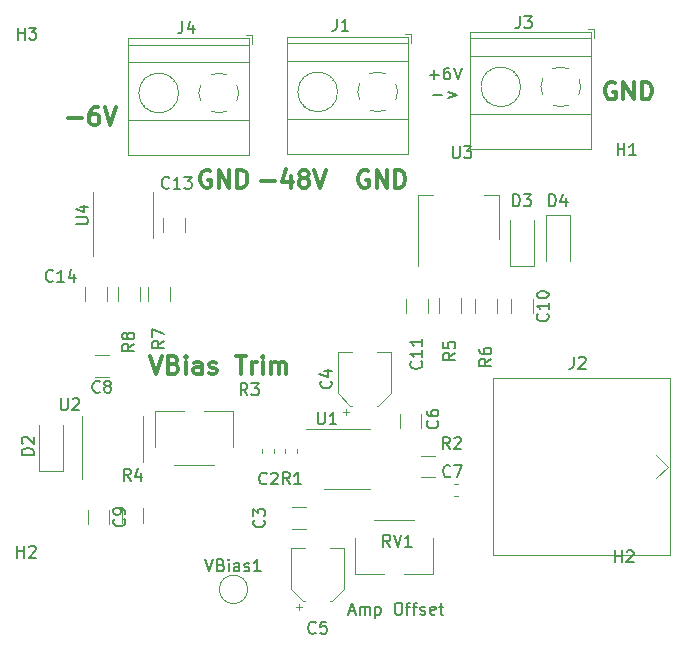
<source format=gbr>
G04 #@! TF.GenerationSoftware,KiCad,Pcbnew,(5.1.0)-1*
G04 #@! TF.CreationDate,2020-05-22T08:02:51-04:00*
G04 #@! TF.ProjectId,SiPMV4-60050,5369504d-5634-42d3-9630-3035302e6b69,rev?*
G04 #@! TF.SameCoordinates,Original*
G04 #@! TF.FileFunction,Legend,Top*
G04 #@! TF.FilePolarity,Positive*
%FSLAX46Y46*%
G04 Gerber Fmt 4.6, Leading zero omitted, Abs format (unit mm)*
G04 Created by KiCad (PCBNEW (5.1.0)-1) date 2020-05-22 08:02:51*
%MOMM*%
%LPD*%
G04 APERTURE LIST*
%ADD10C,0.200000*%
%ADD11C,0.300000*%
%ADD12C,0.120000*%
%ADD13C,0.150000*%
G04 APERTURE END LIST*
D10*
X173042105Y-20074828D02*
X173804010Y-20074828D01*
X173423058Y-20455780D02*
X173423058Y-19693876D01*
X174708772Y-19455780D02*
X174518296Y-19455780D01*
X174423058Y-19503400D01*
X174375439Y-19551019D01*
X174280200Y-19693876D01*
X174232581Y-19884352D01*
X174232581Y-20265304D01*
X174280200Y-20360542D01*
X174327820Y-20408161D01*
X174423058Y-20455780D01*
X174613534Y-20455780D01*
X174708772Y-20408161D01*
X174756391Y-20360542D01*
X174804010Y-20265304D01*
X174804010Y-20027209D01*
X174756391Y-19931971D01*
X174708772Y-19884352D01*
X174613534Y-19836733D01*
X174423058Y-19836733D01*
X174327820Y-19884352D01*
X174280200Y-19931971D01*
X174232581Y-20027209D01*
X175089724Y-19455780D02*
X175423058Y-20455780D01*
X175756391Y-19455780D01*
X173327820Y-21774828D02*
X174089724Y-21774828D01*
X174565915Y-21489114D02*
X175327820Y-21774828D01*
X174565915Y-22060542D01*
D11*
X154475322Y-28180600D02*
X154332465Y-28109171D01*
X154118180Y-28109171D01*
X153903894Y-28180600D01*
X153761037Y-28323457D01*
X153689608Y-28466314D01*
X153618180Y-28752028D01*
X153618180Y-28966314D01*
X153689608Y-29252028D01*
X153761037Y-29394885D01*
X153903894Y-29537742D01*
X154118180Y-29609171D01*
X154261037Y-29609171D01*
X154475322Y-29537742D01*
X154546751Y-29466314D01*
X154546751Y-28966314D01*
X154261037Y-28966314D01*
X155189608Y-29609171D02*
X155189608Y-28109171D01*
X156046751Y-29609171D01*
X156046751Y-28109171D01*
X156761037Y-29609171D02*
X156761037Y-28109171D01*
X157118180Y-28109171D01*
X157332465Y-28180600D01*
X157475322Y-28323457D01*
X157546751Y-28466314D01*
X157618180Y-28752028D01*
X157618180Y-28966314D01*
X157546751Y-29252028D01*
X157475322Y-29394885D01*
X157332465Y-29537742D01*
X157118180Y-29609171D01*
X156761037Y-29609171D01*
D10*
X166217459Y-65470066D02*
X166693649Y-65470066D01*
X166122220Y-65755780D02*
X166455554Y-64755780D01*
X166788887Y-65755780D01*
X167122220Y-65755780D02*
X167122220Y-65089114D01*
X167122220Y-65184352D02*
X167169840Y-65136733D01*
X167265078Y-65089114D01*
X167407935Y-65089114D01*
X167503173Y-65136733D01*
X167550792Y-65231971D01*
X167550792Y-65755780D01*
X167550792Y-65231971D02*
X167598411Y-65136733D01*
X167693649Y-65089114D01*
X167836506Y-65089114D01*
X167931744Y-65136733D01*
X167979363Y-65231971D01*
X167979363Y-65755780D01*
X168455554Y-65089114D02*
X168455554Y-66089114D01*
X168455554Y-65136733D02*
X168550792Y-65089114D01*
X168741268Y-65089114D01*
X168836506Y-65136733D01*
X168884125Y-65184352D01*
X168931744Y-65279590D01*
X168931744Y-65565304D01*
X168884125Y-65660542D01*
X168836506Y-65708161D01*
X168741268Y-65755780D01*
X168550792Y-65755780D01*
X168455554Y-65708161D01*
X170312697Y-64755780D02*
X170503173Y-64755780D01*
X170598411Y-64803400D01*
X170693649Y-64898638D01*
X170741268Y-65089114D01*
X170741268Y-65422447D01*
X170693649Y-65612923D01*
X170598411Y-65708161D01*
X170503173Y-65755780D01*
X170312697Y-65755780D01*
X170217459Y-65708161D01*
X170122220Y-65612923D01*
X170074601Y-65422447D01*
X170074601Y-65089114D01*
X170122220Y-64898638D01*
X170217459Y-64803400D01*
X170312697Y-64755780D01*
X171026982Y-65089114D02*
X171407935Y-65089114D01*
X171169840Y-65755780D02*
X171169840Y-64898638D01*
X171217459Y-64803400D01*
X171312697Y-64755780D01*
X171407935Y-64755780D01*
X171598411Y-65089114D02*
X171979363Y-65089114D01*
X171741268Y-65755780D02*
X171741268Y-64898638D01*
X171788887Y-64803400D01*
X171884125Y-64755780D01*
X171979363Y-64755780D01*
X172265078Y-65708161D02*
X172360316Y-65755780D01*
X172550792Y-65755780D01*
X172646030Y-65708161D01*
X172693649Y-65612923D01*
X172693649Y-65565304D01*
X172646030Y-65470066D01*
X172550792Y-65422447D01*
X172407935Y-65422447D01*
X172312697Y-65374828D01*
X172265078Y-65279590D01*
X172265078Y-65231971D01*
X172312697Y-65136733D01*
X172407935Y-65089114D01*
X172550792Y-65089114D01*
X172646030Y-65136733D01*
X173503173Y-65708161D02*
X173407935Y-65755780D01*
X173217459Y-65755780D01*
X173122220Y-65708161D01*
X173074601Y-65612923D01*
X173074601Y-65231971D01*
X173122220Y-65136733D01*
X173217459Y-65089114D01*
X173407935Y-65089114D01*
X173503173Y-65136733D01*
X173550792Y-65231971D01*
X173550792Y-65327209D01*
X173074601Y-65422447D01*
X173836506Y-65089114D02*
X174217459Y-65089114D01*
X173979363Y-64755780D02*
X173979363Y-65612923D01*
X174026982Y-65708161D01*
X174122220Y-65755780D01*
X174217459Y-65755780D01*
D11*
X188745002Y-20720620D02*
X188602145Y-20649191D01*
X188387860Y-20649191D01*
X188173574Y-20720620D01*
X188030717Y-20863477D01*
X187959288Y-21006334D01*
X187887860Y-21292048D01*
X187887860Y-21506334D01*
X187959288Y-21792048D01*
X188030717Y-21934905D01*
X188173574Y-22077762D01*
X188387860Y-22149191D01*
X188530717Y-22149191D01*
X188745002Y-22077762D01*
X188816431Y-22006334D01*
X188816431Y-21506334D01*
X188530717Y-21506334D01*
X189459288Y-22149191D02*
X189459288Y-20649191D01*
X190316431Y-22149191D01*
X190316431Y-20649191D01*
X191030717Y-22149191D02*
X191030717Y-20649191D01*
X191387860Y-20649191D01*
X191602145Y-20720620D01*
X191745002Y-20863477D01*
X191816431Y-21006334D01*
X191887860Y-21292048D01*
X191887860Y-21506334D01*
X191816431Y-21792048D01*
X191745002Y-21934905D01*
X191602145Y-22077762D01*
X191387860Y-22149191D01*
X191030717Y-22149191D01*
X158774571Y-29063142D02*
X159917428Y-29063142D01*
X161274571Y-28634571D02*
X161274571Y-29634571D01*
X160917428Y-28063142D02*
X160560285Y-29134571D01*
X161488857Y-29134571D01*
X162274571Y-28777428D02*
X162131714Y-28706000D01*
X162060285Y-28634571D01*
X161988857Y-28491714D01*
X161988857Y-28420285D01*
X162060285Y-28277428D01*
X162131714Y-28206000D01*
X162274571Y-28134571D01*
X162560285Y-28134571D01*
X162703142Y-28206000D01*
X162774571Y-28277428D01*
X162846000Y-28420285D01*
X162846000Y-28491714D01*
X162774571Y-28634571D01*
X162703142Y-28706000D01*
X162560285Y-28777428D01*
X162274571Y-28777428D01*
X162131714Y-28848857D01*
X162060285Y-28920285D01*
X161988857Y-29063142D01*
X161988857Y-29348857D01*
X162060285Y-29491714D01*
X162131714Y-29563142D01*
X162274571Y-29634571D01*
X162560285Y-29634571D01*
X162703142Y-29563142D01*
X162774571Y-29491714D01*
X162846000Y-29348857D01*
X162846000Y-29063142D01*
X162774571Y-28920285D01*
X162703142Y-28848857D01*
X162560285Y-28777428D01*
X163274571Y-28134571D02*
X163774571Y-29634571D01*
X164274571Y-28134571D01*
X167846000Y-28206000D02*
X167703142Y-28134571D01*
X167488857Y-28134571D01*
X167274571Y-28206000D01*
X167131714Y-28348857D01*
X167060285Y-28491714D01*
X166988857Y-28777428D01*
X166988857Y-28991714D01*
X167060285Y-29277428D01*
X167131714Y-29420285D01*
X167274571Y-29563142D01*
X167488857Y-29634571D01*
X167631714Y-29634571D01*
X167846000Y-29563142D01*
X167917428Y-29491714D01*
X167917428Y-28991714D01*
X167631714Y-28991714D01*
X168560285Y-29634571D02*
X168560285Y-28134571D01*
X169417428Y-29634571D01*
X169417428Y-28134571D01*
X170131714Y-29634571D02*
X170131714Y-28134571D01*
X170488857Y-28134571D01*
X170703142Y-28206000D01*
X170846000Y-28348857D01*
X170917428Y-28491714D01*
X170988857Y-28777428D01*
X170988857Y-28991714D01*
X170917428Y-29277428D01*
X170846000Y-29420285D01*
X170703142Y-29563142D01*
X170488857Y-29634571D01*
X170131714Y-29634571D01*
X142450180Y-23746922D02*
X143593037Y-23746922D01*
X144950180Y-22818351D02*
X144664465Y-22818351D01*
X144521608Y-22889780D01*
X144450180Y-22961208D01*
X144307322Y-23175494D01*
X144235894Y-23461208D01*
X144235894Y-24032637D01*
X144307322Y-24175494D01*
X144378751Y-24246922D01*
X144521608Y-24318351D01*
X144807322Y-24318351D01*
X144950180Y-24246922D01*
X145021608Y-24175494D01*
X145093037Y-24032637D01*
X145093037Y-23675494D01*
X145021608Y-23532637D01*
X144950180Y-23461208D01*
X144807322Y-23389780D01*
X144521608Y-23389780D01*
X144378751Y-23461208D01*
X144307322Y-23532637D01*
X144235894Y-23675494D01*
X145521608Y-22818351D02*
X146021608Y-24318351D01*
X146521608Y-22818351D01*
X149400357Y-43867331D02*
X149900357Y-45367331D01*
X150400357Y-43867331D01*
X151400357Y-44581617D02*
X151614642Y-44653045D01*
X151686071Y-44724474D01*
X151757500Y-44867331D01*
X151757500Y-45081617D01*
X151686071Y-45224474D01*
X151614642Y-45295902D01*
X151471785Y-45367331D01*
X150900357Y-45367331D01*
X150900357Y-43867331D01*
X151400357Y-43867331D01*
X151543214Y-43938760D01*
X151614642Y-44010188D01*
X151686071Y-44153045D01*
X151686071Y-44295902D01*
X151614642Y-44438760D01*
X151543214Y-44510188D01*
X151400357Y-44581617D01*
X150900357Y-44581617D01*
X152400357Y-45367331D02*
X152400357Y-44367331D01*
X152400357Y-43867331D02*
X152328928Y-43938760D01*
X152400357Y-44010188D01*
X152471785Y-43938760D01*
X152400357Y-43867331D01*
X152400357Y-44010188D01*
X153757500Y-45367331D02*
X153757500Y-44581617D01*
X153686071Y-44438760D01*
X153543214Y-44367331D01*
X153257500Y-44367331D01*
X153114642Y-44438760D01*
X153757500Y-45295902D02*
X153614642Y-45367331D01*
X153257500Y-45367331D01*
X153114642Y-45295902D01*
X153043214Y-45153045D01*
X153043214Y-45010188D01*
X153114642Y-44867331D01*
X153257500Y-44795902D01*
X153614642Y-44795902D01*
X153757500Y-44724474D01*
X154400357Y-45295902D02*
X154543214Y-45367331D01*
X154828928Y-45367331D01*
X154971785Y-45295902D01*
X155043214Y-45153045D01*
X155043214Y-45081617D01*
X154971785Y-44938760D01*
X154828928Y-44867331D01*
X154614642Y-44867331D01*
X154471785Y-44795902D01*
X154400357Y-44653045D01*
X154400357Y-44581617D01*
X154471785Y-44438760D01*
X154614642Y-44367331D01*
X154828928Y-44367331D01*
X154971785Y-44438760D01*
X156614642Y-43867331D02*
X157471785Y-43867331D01*
X157043214Y-45367331D02*
X157043214Y-43867331D01*
X157971785Y-45367331D02*
X157971785Y-44367331D01*
X157971785Y-44653045D02*
X158043214Y-44510188D01*
X158114642Y-44438760D01*
X158257500Y-44367331D01*
X158400357Y-44367331D01*
X158900357Y-45367331D02*
X158900357Y-44367331D01*
X158900357Y-43867331D02*
X158828928Y-43938760D01*
X158900357Y-44010188D01*
X158971785Y-43938760D01*
X158900357Y-43867331D01*
X158900357Y-44010188D01*
X159614642Y-45367331D02*
X159614642Y-44367331D01*
X159614642Y-44510188D02*
X159686071Y-44438760D01*
X159828928Y-44367331D01*
X160043214Y-44367331D01*
X160186071Y-44438760D01*
X160257500Y-44581617D01*
X160257500Y-45367331D01*
X160257500Y-44581617D02*
X160328928Y-44438760D01*
X160471785Y-44367331D01*
X160686071Y-44367331D01*
X160828928Y-44438760D01*
X160900357Y-44581617D01*
X160900357Y-45367331D01*
D12*
X162582944Y-56687040D02*
X161378816Y-56687040D01*
X162582944Y-58507040D02*
X161378816Y-58507040D01*
X193428620Y-45725700D02*
X193428620Y-60725700D01*
X193428620Y-60725700D02*
X178428620Y-60725700D01*
X178428620Y-60725700D02*
X178428620Y-45725700D01*
X178428620Y-45725700D02*
X193428620Y-45725700D01*
X193228620Y-53225700D02*
X192228620Y-52225700D01*
X193228620Y-53225700D02*
X192228620Y-54225700D01*
X139970000Y-53563500D02*
X139970000Y-49713500D01*
X141970000Y-53563500D02*
X141970000Y-49713500D01*
X139970000Y-53563500D02*
X141970000Y-53563500D01*
X145890064Y-43794000D02*
X144685936Y-43794000D01*
X145890064Y-45614000D02*
X144685936Y-45614000D01*
X157638600Y-63624460D02*
G75*
G03X157638600Y-63624460I-1200000J0D01*
G01*
X143617000Y-50865000D02*
X143617000Y-54315000D01*
X143617000Y-50865000D02*
X143617000Y-48915000D01*
X148737000Y-50865000D02*
X148737000Y-52815000D01*
X148737000Y-50865000D02*
X148737000Y-48915000D01*
X166054000Y-50018000D02*
X162604000Y-50018000D01*
X166054000Y-50018000D02*
X168004000Y-50018000D01*
X166054000Y-55138000D02*
X164104000Y-55138000D01*
X166054000Y-55138000D02*
X168004000Y-55138000D01*
X173348000Y-59294000D02*
X173348000Y-62348000D01*
X166758000Y-59294000D02*
X166758000Y-62348000D01*
X170888000Y-62348000D02*
X173348000Y-62348000D01*
X166758000Y-62348000D02*
X169218000Y-62348000D01*
X168348000Y-57788000D02*
X171758000Y-57788000D01*
X161800000Y-52100267D02*
X161800000Y-51757733D01*
X160780000Y-52100267D02*
X160780000Y-51757733D01*
X172281436Y-54123000D02*
X173485564Y-54123000D01*
X172281436Y-52303000D02*
X173485564Y-52303000D01*
X149816200Y-51551600D02*
X149816200Y-48497600D01*
X156406200Y-51551600D02*
X156406200Y-48497600D01*
X152276200Y-48497600D02*
X149816200Y-48497600D01*
X156406200Y-48497600D02*
X153946200Y-48497600D01*
X154816200Y-53057600D02*
X151406200Y-53057600D01*
X146981500Y-56765436D02*
X146981500Y-57969564D01*
X148801500Y-56765436D02*
X148801500Y-57969564D01*
X186990000Y-16182000D02*
X186490000Y-16182000D01*
X186990000Y-16922000D02*
X186990000Y-16182000D01*
X180297000Y-20059000D02*
X180344000Y-20013000D01*
X178000000Y-22357000D02*
X178035000Y-22321000D01*
X180104000Y-19843000D02*
X180139000Y-19808000D01*
X177795000Y-22151000D02*
X177842000Y-22105000D01*
X176470000Y-26343000D02*
X176470000Y-16422000D01*
X186750000Y-26343000D02*
X186750000Y-16422000D01*
X186750000Y-16422000D02*
X176470000Y-16422000D01*
X186750000Y-26343000D02*
X176470000Y-26343000D01*
X186750000Y-23383000D02*
X176470000Y-23383000D01*
X186750000Y-18482000D02*
X176470000Y-18482000D01*
X186750000Y-16982000D02*
X176470000Y-16982000D01*
X180750000Y-21082000D02*
G75*
G03X180750000Y-21082000I-1680000J0D01*
G01*
X184121195Y-19401747D02*
G75*
G02X184834000Y-19547000I28805J-1680253D01*
G01*
X185685426Y-20398958D02*
G75*
G02X185685000Y-21766000I-1535426J-683042D01*
G01*
X184833042Y-22617426D02*
G75*
G02X183466000Y-22617000I-683042J1535426D01*
G01*
X182614574Y-21765042D02*
G75*
G02X182615000Y-20398000I1535426J683042D01*
G01*
X183466682Y-19547244D02*
G75*
G02X184150000Y-19402000I683318J-1534756D01*
G01*
X171488380Y-16603640D02*
X170988380Y-16603640D01*
X171488380Y-17343640D02*
X171488380Y-16603640D01*
X164795380Y-20480640D02*
X164842380Y-20434640D01*
X162498380Y-22778640D02*
X162533380Y-22742640D01*
X164602380Y-20264640D02*
X164637380Y-20229640D01*
X162293380Y-22572640D02*
X162340380Y-22526640D01*
X160968380Y-26764640D02*
X160968380Y-16843640D01*
X171248380Y-26764640D02*
X171248380Y-16843640D01*
X171248380Y-16843640D02*
X160968380Y-16843640D01*
X171248380Y-26764640D02*
X160968380Y-26764640D01*
X171248380Y-23804640D02*
X160968380Y-23804640D01*
X171248380Y-18903640D02*
X160968380Y-18903640D01*
X171248380Y-17403640D02*
X160968380Y-17403640D01*
X165248380Y-21503640D02*
G75*
G03X165248380Y-21503640I-1680000J0D01*
G01*
X168619575Y-19823387D02*
G75*
G02X169332380Y-19968640I28805J-1680253D01*
G01*
X170183806Y-20820598D02*
G75*
G02X170183380Y-22187640I-1535426J-683042D01*
G01*
X169331422Y-23039066D02*
G75*
G02X167964380Y-23038640I-683042J1535426D01*
G01*
X167112954Y-22186682D02*
G75*
G02X167113380Y-20819640I1535426J683042D01*
G01*
X167965062Y-19968884D02*
G75*
G02X168648380Y-19823640I683318J-1534756D01*
G01*
X170504440Y-48740916D02*
X170504440Y-49945044D01*
X172324440Y-48740916D02*
X172324440Y-49945044D01*
X158875000Y-51757733D02*
X158875000Y-52100267D01*
X159895000Y-51757733D02*
X159895000Y-52100267D01*
X165703000Y-48575000D02*
X166203000Y-48575000D01*
X165953000Y-48825000D02*
X165953000Y-48325000D01*
X168708563Y-48085000D02*
X169773000Y-47020563D01*
X166317437Y-48085000D02*
X165253000Y-47020563D01*
X166317437Y-48085000D02*
X166453000Y-48085000D01*
X168708563Y-48085000D02*
X168573000Y-48085000D01*
X169773000Y-47020563D02*
X169773000Y-43565000D01*
X165253000Y-47020563D02*
X165253000Y-43565000D01*
X165253000Y-43565000D02*
X166453000Y-43565000D01*
X169773000Y-43565000D02*
X168573000Y-43565000D01*
X150474000Y-33368064D02*
X150474000Y-32163936D01*
X152294000Y-33368064D02*
X152294000Y-32163936D01*
X165813140Y-60111380D02*
X164613140Y-60111380D01*
X161293140Y-60111380D02*
X162493140Y-60111380D01*
X161293140Y-63566943D02*
X161293140Y-60111380D01*
X165813140Y-63566943D02*
X165813140Y-60111380D01*
X164748703Y-64631380D02*
X164613140Y-64631380D01*
X162357577Y-64631380D02*
X162493140Y-64631380D01*
X162357577Y-64631380D02*
X161293140Y-63566943D01*
X164748703Y-64631380D02*
X165813140Y-63566943D01*
X161993140Y-65371380D02*
X161993140Y-64871380D01*
X161743140Y-65121380D02*
X162243140Y-65121380D01*
X145690000Y-39246564D02*
X145690000Y-38042436D01*
X143870000Y-39246564D02*
X143870000Y-38042436D01*
X181758000Y-39058436D02*
X181758000Y-40262564D01*
X179938000Y-39058436D02*
X179938000Y-40262564D01*
X171048000Y-39021936D02*
X171048000Y-40226064D01*
X172868000Y-39021936D02*
X172868000Y-40226064D01*
X179848000Y-36236000D02*
X179848000Y-32386000D01*
X181848000Y-36236000D02*
X181848000Y-32386000D01*
X179848000Y-36236000D02*
X181848000Y-36236000D01*
X184896000Y-31966000D02*
X182896000Y-31966000D01*
X182896000Y-31966000D02*
X182896000Y-35816000D01*
X184896000Y-31966000D02*
X184896000Y-35816000D01*
X154508142Y-20065404D02*
G75*
G02X155191460Y-19920160I683318J-1534756D01*
G01*
X153656034Y-22283202D02*
G75*
G02X153656460Y-20916160I1535426J683042D01*
G01*
X155874502Y-23135586D02*
G75*
G02X154507460Y-23135160I-683042J1535426D01*
G01*
X156726886Y-20917118D02*
G75*
G02X156726460Y-22284160I-1535426J-683042D01*
G01*
X155162655Y-19919907D02*
G75*
G02X155875460Y-20065160I28805J-1680253D01*
G01*
X151791460Y-21600160D02*
G75*
G03X151791460Y-21600160I-1680000J0D01*
G01*
X157791460Y-17500160D02*
X147511460Y-17500160D01*
X157791460Y-19000160D02*
X147511460Y-19000160D01*
X157791460Y-23901160D02*
X147511460Y-23901160D01*
X157791460Y-26861160D02*
X147511460Y-26861160D01*
X157791460Y-16940160D02*
X147511460Y-16940160D01*
X157791460Y-26861160D02*
X157791460Y-16940160D01*
X147511460Y-26861160D02*
X147511460Y-16940160D01*
X148836460Y-22669160D02*
X148883460Y-22623160D01*
X151145460Y-20361160D02*
X151180460Y-20326160D01*
X149041460Y-22875160D02*
X149076460Y-22839160D01*
X151338460Y-20577160D02*
X151385460Y-20531160D01*
X158031460Y-17440160D02*
X158031460Y-16700160D01*
X158031460Y-16700160D02*
X157531460Y-16700160D01*
X151024000Y-39246564D02*
X151024000Y-38042436D01*
X149204000Y-39246564D02*
X149204000Y-38042436D01*
X148484000Y-38042436D02*
X148484000Y-39246564D01*
X146664000Y-38042436D02*
X146664000Y-39246564D01*
X173842000Y-38985436D02*
X173842000Y-40189564D01*
X175662000Y-38985436D02*
X175662000Y-40189564D01*
X178710000Y-39021936D02*
X178710000Y-40226064D01*
X176890000Y-39021936D02*
X176890000Y-40226064D01*
X178924000Y-30196000D02*
X177664000Y-30196000D01*
X172104000Y-30196000D02*
X173364000Y-30196000D01*
X178924000Y-33956000D02*
X178924000Y-30196000D01*
X172104000Y-36206000D02*
X172104000Y-30196000D01*
X175461747Y-55729600D02*
X175119213Y-55729600D01*
X175461747Y-54709600D02*
X175119213Y-54709600D01*
X149626000Y-31939000D02*
X149626000Y-29989000D01*
X149626000Y-31939000D02*
X149626000Y-33889000D01*
X144506000Y-31939000D02*
X144506000Y-29989000D01*
X144506000Y-31939000D02*
X144506000Y-35389000D01*
X144090000Y-56910436D02*
X144090000Y-58114564D01*
X145910000Y-56910436D02*
X145910000Y-58114564D01*
D13*
X138132915Y-60936020D02*
X138132915Y-59936020D01*
X138132915Y-60412211D02*
X138704343Y-60412211D01*
X138704343Y-60936020D02*
X138704343Y-59936020D01*
X139132915Y-60031259D02*
X139180534Y-59983640D01*
X139275772Y-59936020D01*
X139513867Y-59936020D01*
X139609105Y-59983640D01*
X139656724Y-60031259D01*
X139704343Y-60126497D01*
X139704343Y-60221735D01*
X139656724Y-60364592D01*
X139085296Y-60936020D01*
X139704343Y-60936020D01*
X158999522Y-57763706D02*
X159047141Y-57811325D01*
X159094760Y-57954182D01*
X159094760Y-58049420D01*
X159047141Y-58192278D01*
X158951903Y-58287516D01*
X158856665Y-58335135D01*
X158666189Y-58382754D01*
X158523332Y-58382754D01*
X158332856Y-58335135D01*
X158237618Y-58287516D01*
X158142380Y-58192278D01*
X158094760Y-58049420D01*
X158094760Y-57954182D01*
X158142380Y-57811325D01*
X158189999Y-57763706D01*
X158094760Y-57430373D02*
X158094760Y-56811325D01*
X158475713Y-57144659D01*
X158475713Y-57001801D01*
X158523332Y-56906563D01*
X158570951Y-56858944D01*
X158666189Y-56811325D01*
X158904284Y-56811325D01*
X158999522Y-56858944D01*
X159047141Y-56906563D01*
X159094760Y-57001801D01*
X159094760Y-57287516D01*
X159047141Y-57382754D01*
X158999522Y-57430373D01*
X185244146Y-43937940D02*
X185244146Y-44652226D01*
X185196527Y-44795083D01*
X185101289Y-44890321D01*
X184958432Y-44937940D01*
X184863194Y-44937940D01*
X185672718Y-44033179D02*
X185720337Y-43985560D01*
X185815575Y-43937940D01*
X186053670Y-43937940D01*
X186148908Y-43985560D01*
X186196527Y-44033179D01*
X186244146Y-44128417D01*
X186244146Y-44223655D01*
X186196527Y-44366512D01*
X185625099Y-44937940D01*
X186244146Y-44937940D01*
X139517380Y-52228595D02*
X138517380Y-52228595D01*
X138517380Y-51990500D01*
X138565000Y-51847642D01*
X138660238Y-51752404D01*
X138755476Y-51704785D01*
X138945952Y-51657166D01*
X139088809Y-51657166D01*
X139279285Y-51704785D01*
X139374523Y-51752404D01*
X139469761Y-51847642D01*
X139517380Y-51990500D01*
X139517380Y-52228595D01*
X138612619Y-51276214D02*
X138565000Y-51228595D01*
X138517380Y-51133357D01*
X138517380Y-50895261D01*
X138565000Y-50800023D01*
X138612619Y-50752404D01*
X138707857Y-50704785D01*
X138803095Y-50704785D01*
X138945952Y-50752404D01*
X139517380Y-51323833D01*
X139517380Y-50704785D01*
X145121333Y-46881142D02*
X145073714Y-46928761D01*
X144930857Y-46976380D01*
X144835619Y-46976380D01*
X144692761Y-46928761D01*
X144597523Y-46833523D01*
X144549904Y-46738285D01*
X144502285Y-46547809D01*
X144502285Y-46404952D01*
X144549904Y-46214476D01*
X144597523Y-46119238D01*
X144692761Y-46024000D01*
X144835619Y-45976380D01*
X144930857Y-45976380D01*
X145073714Y-46024000D01*
X145121333Y-46071619D01*
X145692761Y-46404952D02*
X145597523Y-46357333D01*
X145549904Y-46309714D01*
X145502285Y-46214476D01*
X145502285Y-46166857D01*
X145549904Y-46071619D01*
X145597523Y-46024000D01*
X145692761Y-45976380D01*
X145883238Y-45976380D01*
X145978476Y-46024000D01*
X146026095Y-46071619D01*
X146073714Y-46166857D01*
X146073714Y-46214476D01*
X146026095Y-46309714D01*
X145978476Y-46357333D01*
X145883238Y-46404952D01*
X145692761Y-46404952D01*
X145597523Y-46452571D01*
X145549904Y-46500190D01*
X145502285Y-46595428D01*
X145502285Y-46785904D01*
X145549904Y-46881142D01*
X145597523Y-46928761D01*
X145692761Y-46976380D01*
X145883238Y-46976380D01*
X145978476Y-46928761D01*
X146026095Y-46881142D01*
X146073714Y-46785904D01*
X146073714Y-46595428D01*
X146026095Y-46500190D01*
X145978476Y-46452571D01*
X145883238Y-46404952D01*
X154033838Y-61078840D02*
X154367171Y-62078840D01*
X154700504Y-61078840D01*
X155367171Y-61555031D02*
X155510028Y-61602650D01*
X155557647Y-61650269D01*
X155605266Y-61745507D01*
X155605266Y-61888364D01*
X155557647Y-61983602D01*
X155510028Y-62031221D01*
X155414790Y-62078840D01*
X155033838Y-62078840D01*
X155033838Y-61078840D01*
X155367171Y-61078840D01*
X155462409Y-61126460D01*
X155510028Y-61174079D01*
X155557647Y-61269317D01*
X155557647Y-61364555D01*
X155510028Y-61459793D01*
X155462409Y-61507412D01*
X155367171Y-61555031D01*
X155033838Y-61555031D01*
X156033838Y-62078840D02*
X156033838Y-61412174D01*
X156033838Y-61078840D02*
X155986219Y-61126460D01*
X156033838Y-61174079D01*
X156081457Y-61126460D01*
X156033838Y-61078840D01*
X156033838Y-61174079D01*
X156938600Y-62078840D02*
X156938600Y-61555031D01*
X156890980Y-61459793D01*
X156795742Y-61412174D01*
X156605266Y-61412174D01*
X156510028Y-61459793D01*
X156938600Y-62031221D02*
X156843361Y-62078840D01*
X156605266Y-62078840D01*
X156510028Y-62031221D01*
X156462409Y-61935983D01*
X156462409Y-61840745D01*
X156510028Y-61745507D01*
X156605266Y-61697888D01*
X156843361Y-61697888D01*
X156938600Y-61650269D01*
X157367171Y-62031221D02*
X157462409Y-62078840D01*
X157652885Y-62078840D01*
X157748123Y-62031221D01*
X157795742Y-61935983D01*
X157795742Y-61888364D01*
X157748123Y-61793126D01*
X157652885Y-61745507D01*
X157510028Y-61745507D01*
X157414790Y-61697888D01*
X157367171Y-61602650D01*
X157367171Y-61555031D01*
X157414790Y-61459793D01*
X157510028Y-61412174D01*
X157652885Y-61412174D01*
X157748123Y-61459793D01*
X158748123Y-62078840D02*
X158176695Y-62078840D01*
X158462409Y-62078840D02*
X158462409Y-61078840D01*
X158367171Y-61221698D01*
X158271933Y-61316936D01*
X158176695Y-61364555D01*
X138176095Y-17080380D02*
X138176095Y-16080380D01*
X138176095Y-16556571D02*
X138747523Y-16556571D01*
X138747523Y-17080380D02*
X138747523Y-16080380D01*
X139128476Y-16080380D02*
X139747523Y-16080380D01*
X139414190Y-16461333D01*
X139557047Y-16461333D01*
X139652285Y-16508952D01*
X139699904Y-16556571D01*
X139747523Y-16651809D01*
X139747523Y-16889904D01*
X139699904Y-16985142D01*
X139652285Y-17032761D01*
X139557047Y-17080380D01*
X139271333Y-17080380D01*
X139176095Y-17032761D01*
X139128476Y-16985142D01*
X188742415Y-61327180D02*
X188742415Y-60327180D01*
X188742415Y-60803371D02*
X189313843Y-60803371D01*
X189313843Y-61327180D02*
X189313843Y-60327180D01*
X189742415Y-60422419D02*
X189790034Y-60374800D01*
X189885272Y-60327180D01*
X190123367Y-60327180D01*
X190218605Y-60374800D01*
X190266224Y-60422419D01*
X190313843Y-60517657D01*
X190313843Y-60612895D01*
X190266224Y-60755752D01*
X189694796Y-61327180D01*
X190313843Y-61327180D01*
X188958315Y-26869540D02*
X188958315Y-25869540D01*
X188958315Y-26345731D02*
X189529743Y-26345731D01*
X189529743Y-26869540D02*
X189529743Y-25869540D01*
X190529743Y-26869540D02*
X189958315Y-26869540D01*
X190244029Y-26869540D02*
X190244029Y-25869540D01*
X190148791Y-26012398D01*
X190053553Y-26107636D01*
X189958315Y-26155255D01*
X141818455Y-47448220D02*
X141818455Y-48257744D01*
X141866074Y-48352982D01*
X141913693Y-48400601D01*
X142008931Y-48448220D01*
X142199407Y-48448220D01*
X142294645Y-48400601D01*
X142342264Y-48352982D01*
X142389883Y-48257744D01*
X142389883Y-47448220D01*
X142818455Y-47543459D02*
X142866074Y-47495840D01*
X142961312Y-47448220D01*
X143199407Y-47448220D01*
X143294645Y-47495840D01*
X143342264Y-47543459D01*
X143389883Y-47638697D01*
X143389883Y-47733935D01*
X143342264Y-47876792D01*
X142770836Y-48448220D01*
X143389883Y-48448220D01*
X163576095Y-48630380D02*
X163576095Y-49439904D01*
X163623714Y-49535142D01*
X163671333Y-49582761D01*
X163766571Y-49630380D01*
X163957047Y-49630380D01*
X164052285Y-49582761D01*
X164099904Y-49535142D01*
X164147523Y-49439904D01*
X164147523Y-48630380D01*
X165147523Y-49630380D02*
X164576095Y-49630380D01*
X164861809Y-49630380D02*
X164861809Y-48630380D01*
X164766571Y-48773238D01*
X164671333Y-48868476D01*
X164576095Y-48916095D01*
X169711761Y-60017380D02*
X169378428Y-59541190D01*
X169140333Y-60017380D02*
X169140333Y-59017380D01*
X169521285Y-59017380D01*
X169616523Y-59065000D01*
X169664142Y-59112619D01*
X169711761Y-59207857D01*
X169711761Y-59350714D01*
X169664142Y-59445952D01*
X169616523Y-59493571D01*
X169521285Y-59541190D01*
X169140333Y-59541190D01*
X169997476Y-59017380D02*
X170330809Y-60017380D01*
X170664142Y-59017380D01*
X171521285Y-60017380D02*
X170949857Y-60017380D01*
X171235571Y-60017380D02*
X171235571Y-59017380D01*
X171140333Y-59160238D01*
X171045095Y-59255476D01*
X170949857Y-59303095D01*
X161203333Y-54706380D02*
X160870000Y-54230190D01*
X160631904Y-54706380D02*
X160631904Y-53706380D01*
X161012857Y-53706380D01*
X161108095Y-53754000D01*
X161155714Y-53801619D01*
X161203333Y-53896857D01*
X161203333Y-54039714D01*
X161155714Y-54134952D01*
X161108095Y-54182571D01*
X161012857Y-54230190D01*
X160631904Y-54230190D01*
X162155714Y-54706380D02*
X161584285Y-54706380D01*
X161870000Y-54706380D02*
X161870000Y-53706380D01*
X161774761Y-53849238D01*
X161679523Y-53944476D01*
X161584285Y-53992095D01*
X174742813Y-51745140D02*
X174409480Y-51268950D01*
X174171384Y-51745140D02*
X174171384Y-50745140D01*
X174552337Y-50745140D01*
X174647575Y-50792760D01*
X174695194Y-50840379D01*
X174742813Y-50935617D01*
X174742813Y-51078474D01*
X174695194Y-51173712D01*
X174647575Y-51221331D01*
X174552337Y-51268950D01*
X174171384Y-51268950D01*
X175123765Y-50840379D02*
X175171384Y-50792760D01*
X175266622Y-50745140D01*
X175504718Y-50745140D01*
X175599956Y-50792760D01*
X175647575Y-50840379D01*
X175695194Y-50935617D01*
X175695194Y-51030855D01*
X175647575Y-51173712D01*
X175076146Y-51745140D01*
X175695194Y-51745140D01*
X157623213Y-47183300D02*
X157289880Y-46707110D01*
X157051784Y-47183300D02*
X157051784Y-46183300D01*
X157432737Y-46183300D01*
X157527975Y-46230920D01*
X157575594Y-46278539D01*
X157623213Y-46373777D01*
X157623213Y-46516634D01*
X157575594Y-46611872D01*
X157527975Y-46659491D01*
X157432737Y-46707110D01*
X157051784Y-46707110D01*
X157956546Y-46183300D02*
X158575594Y-46183300D01*
X158242260Y-46564253D01*
X158385118Y-46564253D01*
X158480356Y-46611872D01*
X158527975Y-46659491D01*
X158575594Y-46754729D01*
X158575594Y-46992824D01*
X158527975Y-47088062D01*
X158480356Y-47135681D01*
X158385118Y-47183300D01*
X158099403Y-47183300D01*
X158004165Y-47135681D01*
X157956546Y-47088062D01*
X147724833Y-54419880D02*
X147391500Y-53943690D01*
X147153404Y-54419880D02*
X147153404Y-53419880D01*
X147534357Y-53419880D01*
X147629595Y-53467500D01*
X147677214Y-53515119D01*
X147724833Y-53610357D01*
X147724833Y-53753214D01*
X147677214Y-53848452D01*
X147629595Y-53896071D01*
X147534357Y-53943690D01*
X147153404Y-53943690D01*
X148581976Y-53753214D02*
X148581976Y-54419880D01*
X148343880Y-53372261D02*
X148105785Y-54086547D01*
X148724833Y-54086547D01*
X180682306Y-15114020D02*
X180682306Y-15828306D01*
X180634687Y-15971163D01*
X180539449Y-16066401D01*
X180396592Y-16114020D01*
X180301354Y-16114020D01*
X181063259Y-15114020D02*
X181682306Y-15114020D01*
X181348973Y-15494973D01*
X181491830Y-15494973D01*
X181587068Y-15542592D01*
X181634687Y-15590211D01*
X181682306Y-15685449D01*
X181682306Y-15923544D01*
X181634687Y-16018782D01*
X181587068Y-16066401D01*
X181491830Y-16114020D01*
X181206116Y-16114020D01*
X181110878Y-16066401D01*
X181063259Y-16018782D01*
X165173066Y-15322300D02*
X165173066Y-16036586D01*
X165125447Y-16179443D01*
X165030209Y-16274681D01*
X164887352Y-16322300D01*
X164792114Y-16322300D01*
X166173066Y-16322300D02*
X165601638Y-16322300D01*
X165887352Y-16322300D02*
X165887352Y-15322300D01*
X165792114Y-15465158D01*
X165696876Y-15560396D01*
X165601638Y-15608015D01*
X173701582Y-49357146D02*
X173749201Y-49404765D01*
X173796820Y-49547622D01*
X173796820Y-49642860D01*
X173749201Y-49785718D01*
X173653963Y-49880956D01*
X173558725Y-49928575D01*
X173368249Y-49976194D01*
X173225392Y-49976194D01*
X173034916Y-49928575D01*
X172939678Y-49880956D01*
X172844440Y-49785718D01*
X172796820Y-49642860D01*
X172796820Y-49547622D01*
X172844440Y-49404765D01*
X172892059Y-49357146D01*
X172796820Y-48500003D02*
X172796820Y-48690480D01*
X172844440Y-48785718D01*
X172892059Y-48833337D01*
X173034916Y-48928575D01*
X173225392Y-48976194D01*
X173606344Y-48976194D01*
X173701582Y-48928575D01*
X173749201Y-48880956D01*
X173796820Y-48785718D01*
X173796820Y-48595241D01*
X173749201Y-48500003D01*
X173701582Y-48452384D01*
X173606344Y-48404765D01*
X173368249Y-48404765D01*
X173273011Y-48452384D01*
X173225392Y-48500003D01*
X173177773Y-48595241D01*
X173177773Y-48785718D01*
X173225392Y-48880956D01*
X173273011Y-48928575D01*
X173368249Y-48976194D01*
X159248333Y-54651142D02*
X159200714Y-54698761D01*
X159057857Y-54746380D01*
X158962619Y-54746380D01*
X158819761Y-54698761D01*
X158724523Y-54603523D01*
X158676904Y-54508285D01*
X158629285Y-54317809D01*
X158629285Y-54174952D01*
X158676904Y-53984476D01*
X158724523Y-53889238D01*
X158819761Y-53794000D01*
X158962619Y-53746380D01*
X159057857Y-53746380D01*
X159200714Y-53794000D01*
X159248333Y-53841619D01*
X159629285Y-53841619D02*
X159676904Y-53794000D01*
X159772142Y-53746380D01*
X160010238Y-53746380D01*
X160105476Y-53794000D01*
X160153095Y-53841619D01*
X160200714Y-53936857D01*
X160200714Y-54032095D01*
X160153095Y-54174952D01*
X159581666Y-54746380D01*
X160200714Y-54746380D01*
X164670142Y-45991666D02*
X164717761Y-46039285D01*
X164765380Y-46182142D01*
X164765380Y-46277380D01*
X164717761Y-46420238D01*
X164622523Y-46515476D01*
X164527285Y-46563095D01*
X164336809Y-46610714D01*
X164193952Y-46610714D01*
X164003476Y-46563095D01*
X163908238Y-46515476D01*
X163813000Y-46420238D01*
X163765380Y-46277380D01*
X163765380Y-46182142D01*
X163813000Y-46039285D01*
X163860619Y-45991666D01*
X164098714Y-45134523D02*
X164765380Y-45134523D01*
X163717761Y-45372619D02*
X164432047Y-45610714D01*
X164432047Y-44991666D01*
X150995142Y-29603642D02*
X150947523Y-29651261D01*
X150804666Y-29698880D01*
X150709428Y-29698880D01*
X150566571Y-29651261D01*
X150471333Y-29556023D01*
X150423714Y-29460785D01*
X150376095Y-29270309D01*
X150376095Y-29127452D01*
X150423714Y-28936976D01*
X150471333Y-28841738D01*
X150566571Y-28746500D01*
X150709428Y-28698880D01*
X150804666Y-28698880D01*
X150947523Y-28746500D01*
X150995142Y-28794119D01*
X151947523Y-29698880D02*
X151376095Y-29698880D01*
X151661809Y-29698880D02*
X151661809Y-28698880D01*
X151566571Y-28841738D01*
X151471333Y-28936976D01*
X151376095Y-28984595D01*
X152280857Y-28698880D02*
X152899904Y-28698880D01*
X152566571Y-29079833D01*
X152709428Y-29079833D01*
X152804666Y-29127452D01*
X152852285Y-29175071D01*
X152899904Y-29270309D01*
X152899904Y-29508404D01*
X152852285Y-29603642D01*
X152804666Y-29651261D01*
X152709428Y-29698880D01*
X152423714Y-29698880D01*
X152328476Y-29651261D01*
X152280857Y-29603642D01*
X163386473Y-67278522D02*
X163338854Y-67326141D01*
X163195997Y-67373760D01*
X163100759Y-67373760D01*
X162957901Y-67326141D01*
X162862663Y-67230903D01*
X162815044Y-67135665D01*
X162767425Y-66945189D01*
X162767425Y-66802332D01*
X162815044Y-66611856D01*
X162862663Y-66516618D01*
X162957901Y-66421380D01*
X163100759Y-66373760D01*
X163195997Y-66373760D01*
X163338854Y-66421380D01*
X163386473Y-66468999D01*
X164291235Y-66373760D02*
X163815044Y-66373760D01*
X163767425Y-66849951D01*
X163815044Y-66802332D01*
X163910282Y-66754713D01*
X164148378Y-66754713D01*
X164243616Y-66802332D01*
X164291235Y-66849951D01*
X164338854Y-66945189D01*
X164338854Y-67183284D01*
X164291235Y-67278522D01*
X164243616Y-67326141D01*
X164148378Y-67373760D01*
X163910282Y-67373760D01*
X163815044Y-67326141D01*
X163767425Y-67278522D01*
X141145022Y-37476702D02*
X141097403Y-37524321D01*
X140954546Y-37571940D01*
X140859308Y-37571940D01*
X140716451Y-37524321D01*
X140621213Y-37429083D01*
X140573594Y-37333845D01*
X140525975Y-37143369D01*
X140525975Y-37000512D01*
X140573594Y-36810036D01*
X140621213Y-36714798D01*
X140716451Y-36619560D01*
X140859308Y-36571940D01*
X140954546Y-36571940D01*
X141097403Y-36619560D01*
X141145022Y-36667179D01*
X142097403Y-37571940D02*
X141525975Y-37571940D01*
X141811689Y-37571940D02*
X141811689Y-36571940D01*
X141716451Y-36714798D01*
X141621213Y-36810036D01*
X141525975Y-36857655D01*
X142954546Y-36905274D02*
X142954546Y-37571940D01*
X142716451Y-36524321D02*
X142478356Y-37238607D01*
X143097403Y-37238607D01*
X183025142Y-40303357D02*
X183072761Y-40350976D01*
X183120380Y-40493833D01*
X183120380Y-40589071D01*
X183072761Y-40731928D01*
X182977523Y-40827166D01*
X182882285Y-40874785D01*
X182691809Y-40922404D01*
X182548952Y-40922404D01*
X182358476Y-40874785D01*
X182263238Y-40827166D01*
X182168000Y-40731928D01*
X182120380Y-40589071D01*
X182120380Y-40493833D01*
X182168000Y-40350976D01*
X182215619Y-40303357D01*
X183120380Y-39350976D02*
X183120380Y-39922404D01*
X183120380Y-39636690D02*
X182120380Y-39636690D01*
X182263238Y-39731928D01*
X182358476Y-39827166D01*
X182406095Y-39922404D01*
X182120380Y-38731928D02*
X182120380Y-38636690D01*
X182168000Y-38541452D01*
X182215619Y-38493833D01*
X182310857Y-38446214D01*
X182501333Y-38398595D01*
X182739428Y-38398595D01*
X182929904Y-38446214D01*
X183025142Y-38493833D01*
X183072761Y-38541452D01*
X183120380Y-38636690D01*
X183120380Y-38731928D01*
X183072761Y-38827166D01*
X183025142Y-38874785D01*
X182929904Y-38922404D01*
X182739428Y-38970023D01*
X182501333Y-38970023D01*
X182310857Y-38922404D01*
X182215619Y-38874785D01*
X182168000Y-38827166D01*
X182120380Y-38731928D01*
X172315142Y-44330857D02*
X172362761Y-44378476D01*
X172410380Y-44521333D01*
X172410380Y-44616571D01*
X172362761Y-44759428D01*
X172267523Y-44854666D01*
X172172285Y-44902285D01*
X171981809Y-44949904D01*
X171838952Y-44949904D01*
X171648476Y-44902285D01*
X171553238Y-44854666D01*
X171458000Y-44759428D01*
X171410380Y-44616571D01*
X171410380Y-44521333D01*
X171458000Y-44378476D01*
X171505619Y-44330857D01*
X172410380Y-43378476D02*
X172410380Y-43949904D01*
X172410380Y-43664190D02*
X171410380Y-43664190D01*
X171553238Y-43759428D01*
X171648476Y-43854666D01*
X171696095Y-43949904D01*
X172410380Y-42426095D02*
X172410380Y-42997523D01*
X172410380Y-42711809D02*
X171410380Y-42711809D01*
X171553238Y-42807047D01*
X171648476Y-42902285D01*
X171696095Y-42997523D01*
X180109904Y-31186380D02*
X180109904Y-30186380D01*
X180348000Y-30186380D01*
X180490857Y-30234000D01*
X180586095Y-30329238D01*
X180633714Y-30424476D01*
X180681333Y-30614952D01*
X180681333Y-30757809D01*
X180633714Y-30948285D01*
X180586095Y-31043523D01*
X180490857Y-31138761D01*
X180348000Y-31186380D01*
X180109904Y-31186380D01*
X181014666Y-30186380D02*
X181633714Y-30186380D01*
X181300380Y-30567333D01*
X181443238Y-30567333D01*
X181538476Y-30614952D01*
X181586095Y-30662571D01*
X181633714Y-30757809D01*
X181633714Y-30995904D01*
X181586095Y-31091142D01*
X181538476Y-31138761D01*
X181443238Y-31186380D01*
X181157523Y-31186380D01*
X181062285Y-31138761D01*
X181014666Y-31091142D01*
X183157904Y-31186380D02*
X183157904Y-30186380D01*
X183396000Y-30186380D01*
X183538857Y-30234000D01*
X183634095Y-30329238D01*
X183681714Y-30424476D01*
X183729333Y-30614952D01*
X183729333Y-30757809D01*
X183681714Y-30948285D01*
X183634095Y-31043523D01*
X183538857Y-31138761D01*
X183396000Y-31186380D01*
X183157904Y-31186380D01*
X184586476Y-30519714D02*
X184586476Y-31186380D01*
X184348380Y-30138761D02*
X184110285Y-30853047D01*
X184729333Y-30853047D01*
X152122546Y-15535660D02*
X152122546Y-16249946D01*
X152074927Y-16392803D01*
X151979689Y-16488041D01*
X151836832Y-16535660D01*
X151741594Y-16535660D01*
X153027308Y-15868994D02*
X153027308Y-16535660D01*
X152789213Y-15488041D02*
X152551118Y-16202327D01*
X153170165Y-16202327D01*
X150566380Y-42584666D02*
X150090190Y-42918000D01*
X150566380Y-43156095D02*
X149566380Y-43156095D01*
X149566380Y-42775142D01*
X149614000Y-42679904D01*
X149661619Y-42632285D01*
X149756857Y-42584666D01*
X149899714Y-42584666D01*
X149994952Y-42632285D01*
X150042571Y-42679904D01*
X150090190Y-42775142D01*
X150090190Y-43156095D01*
X149566380Y-42251333D02*
X149566380Y-41584666D01*
X150566380Y-42013238D01*
X148026380Y-42838666D02*
X147550190Y-43172000D01*
X148026380Y-43410095D02*
X147026380Y-43410095D01*
X147026380Y-43029142D01*
X147074000Y-42933904D01*
X147121619Y-42886285D01*
X147216857Y-42838666D01*
X147359714Y-42838666D01*
X147454952Y-42886285D01*
X147502571Y-42933904D01*
X147550190Y-43029142D01*
X147550190Y-43410095D01*
X147454952Y-42267238D02*
X147407333Y-42362476D01*
X147359714Y-42410095D01*
X147264476Y-42457714D01*
X147216857Y-42457714D01*
X147121619Y-42410095D01*
X147074000Y-42362476D01*
X147026380Y-42267238D01*
X147026380Y-42076761D01*
X147074000Y-41981523D01*
X147121619Y-41933904D01*
X147216857Y-41886285D01*
X147264476Y-41886285D01*
X147359714Y-41933904D01*
X147407333Y-41981523D01*
X147454952Y-42076761D01*
X147454952Y-42267238D01*
X147502571Y-42362476D01*
X147550190Y-42410095D01*
X147645428Y-42457714D01*
X147835904Y-42457714D01*
X147931142Y-42410095D01*
X147978761Y-42362476D01*
X148026380Y-42267238D01*
X148026380Y-42076761D01*
X147978761Y-41981523D01*
X147931142Y-41933904D01*
X147835904Y-41886285D01*
X147645428Y-41886285D01*
X147550190Y-41933904D01*
X147502571Y-41981523D01*
X147454952Y-42076761D01*
X175204380Y-43600666D02*
X174728190Y-43934000D01*
X175204380Y-44172095D02*
X174204380Y-44172095D01*
X174204380Y-43791142D01*
X174252000Y-43695904D01*
X174299619Y-43648285D01*
X174394857Y-43600666D01*
X174537714Y-43600666D01*
X174632952Y-43648285D01*
X174680571Y-43695904D01*
X174728190Y-43791142D01*
X174728190Y-44172095D01*
X174204380Y-42695904D02*
X174204380Y-43172095D01*
X174680571Y-43219714D01*
X174632952Y-43172095D01*
X174585333Y-43076857D01*
X174585333Y-42838761D01*
X174632952Y-42743523D01*
X174680571Y-42695904D01*
X174775809Y-42648285D01*
X175013904Y-42648285D01*
X175109142Y-42695904D01*
X175156761Y-42743523D01*
X175204380Y-42838761D01*
X175204380Y-43076857D01*
X175156761Y-43172095D01*
X175109142Y-43219714D01*
X178252380Y-44108666D02*
X177776190Y-44442000D01*
X178252380Y-44680095D02*
X177252380Y-44680095D01*
X177252380Y-44299142D01*
X177300000Y-44203904D01*
X177347619Y-44156285D01*
X177442857Y-44108666D01*
X177585714Y-44108666D01*
X177680952Y-44156285D01*
X177728571Y-44203904D01*
X177776190Y-44299142D01*
X177776190Y-44680095D01*
X177252380Y-43251523D02*
X177252380Y-43442000D01*
X177300000Y-43537238D01*
X177347619Y-43584857D01*
X177490476Y-43680095D01*
X177680952Y-43727714D01*
X178061904Y-43727714D01*
X178157142Y-43680095D01*
X178204761Y-43632476D01*
X178252380Y-43537238D01*
X178252380Y-43346761D01*
X178204761Y-43251523D01*
X178157142Y-43203904D01*
X178061904Y-43156285D01*
X177823809Y-43156285D01*
X177728571Y-43203904D01*
X177680952Y-43251523D01*
X177633333Y-43346761D01*
X177633333Y-43537238D01*
X177680952Y-43632476D01*
X177728571Y-43680095D01*
X177823809Y-43727714D01*
X175006095Y-26122380D02*
X175006095Y-26931904D01*
X175053714Y-27027142D01*
X175101333Y-27074761D01*
X175196571Y-27122380D01*
X175387047Y-27122380D01*
X175482285Y-27074761D01*
X175529904Y-27027142D01*
X175577523Y-26931904D01*
X175577523Y-26122380D01*
X175958476Y-26122380D02*
X176577523Y-26122380D01*
X176244190Y-26503333D01*
X176387047Y-26503333D01*
X176482285Y-26550952D01*
X176529904Y-26598571D01*
X176577523Y-26693809D01*
X176577523Y-26931904D01*
X176529904Y-27027142D01*
X176482285Y-27074761D01*
X176387047Y-27122380D01*
X176101333Y-27122380D01*
X176006095Y-27074761D01*
X175958476Y-27027142D01*
X174798693Y-54027342D02*
X174751074Y-54074961D01*
X174608217Y-54122580D01*
X174512979Y-54122580D01*
X174370121Y-54074961D01*
X174274883Y-53979723D01*
X174227264Y-53884485D01*
X174179645Y-53694009D01*
X174179645Y-53551152D01*
X174227264Y-53360676D01*
X174274883Y-53265438D01*
X174370121Y-53170200D01*
X174512979Y-53122580D01*
X174608217Y-53122580D01*
X174751074Y-53170200D01*
X174798693Y-53217819D01*
X175132026Y-53122580D02*
X175798693Y-53122580D01*
X175370121Y-54122580D01*
X143118380Y-32700904D02*
X143927904Y-32700904D01*
X144023142Y-32653285D01*
X144070761Y-32605666D01*
X144118380Y-32510428D01*
X144118380Y-32319952D01*
X144070761Y-32224714D01*
X144023142Y-32177095D01*
X143927904Y-32129476D01*
X143118380Y-32129476D01*
X143451714Y-31224714D02*
X144118380Y-31224714D01*
X143070761Y-31462809D02*
X143785047Y-31700904D01*
X143785047Y-31081857D01*
X147177142Y-57679166D02*
X147224761Y-57726785D01*
X147272380Y-57869642D01*
X147272380Y-57964880D01*
X147224761Y-58107738D01*
X147129523Y-58202976D01*
X147034285Y-58250595D01*
X146843809Y-58298214D01*
X146700952Y-58298214D01*
X146510476Y-58250595D01*
X146415238Y-58202976D01*
X146320000Y-58107738D01*
X146272380Y-57964880D01*
X146272380Y-57869642D01*
X146320000Y-57726785D01*
X146367619Y-57679166D01*
X147272380Y-57202976D02*
X147272380Y-57012500D01*
X147224761Y-56917261D01*
X147177142Y-56869642D01*
X147034285Y-56774404D01*
X146843809Y-56726785D01*
X146462857Y-56726785D01*
X146367619Y-56774404D01*
X146320000Y-56822023D01*
X146272380Y-56917261D01*
X146272380Y-57107738D01*
X146320000Y-57202976D01*
X146367619Y-57250595D01*
X146462857Y-57298214D01*
X146700952Y-57298214D01*
X146796190Y-57250595D01*
X146843809Y-57202976D01*
X146891428Y-57107738D01*
X146891428Y-56917261D01*
X146843809Y-56822023D01*
X146796190Y-56774404D01*
X146700952Y-56726785D01*
M02*

</source>
